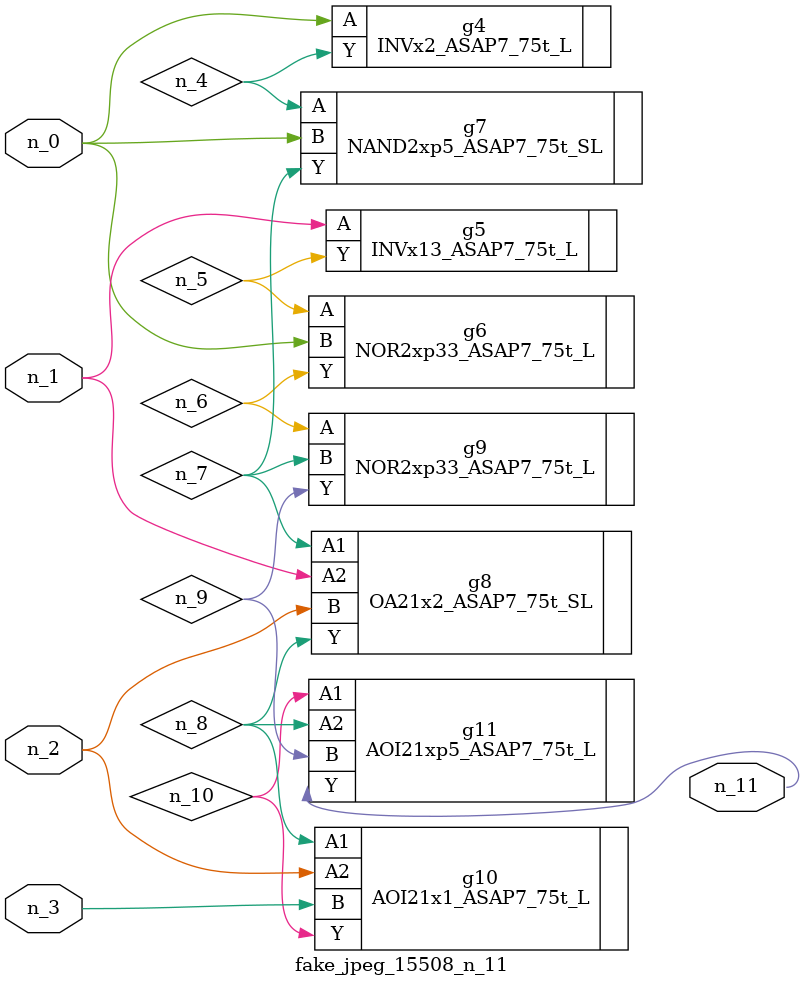
<source format=v>
module fake_jpeg_15508_n_11 (n_0, n_3, n_2, n_1, n_11);

input n_0;
input n_3;
input n_2;
input n_1;

output n_11;

wire n_10;
wire n_4;
wire n_8;
wire n_9;
wire n_6;
wire n_5;
wire n_7;

INVx2_ASAP7_75t_L g4 ( 
.A(n_0),
.Y(n_4)
);

INVx13_ASAP7_75t_L g5 ( 
.A(n_1),
.Y(n_5)
);

NOR2xp33_ASAP7_75t_L g6 ( 
.A(n_5),
.B(n_0),
.Y(n_6)
);

NOR2xp33_ASAP7_75t_L g9 ( 
.A(n_6),
.B(n_7),
.Y(n_9)
);

NAND2xp5_ASAP7_75t_SL g7 ( 
.A(n_4),
.B(n_0),
.Y(n_7)
);

OA21x2_ASAP7_75t_SL g8 ( 
.A1(n_7),
.A2(n_1),
.B(n_2),
.Y(n_8)
);

AOI21x1_ASAP7_75t_L g10 ( 
.A1(n_8),
.A2(n_2),
.B(n_3),
.Y(n_10)
);

AOI21xp5_ASAP7_75t_L g11 ( 
.A1(n_10),
.A2(n_8),
.B(n_9),
.Y(n_11)
);


endmodule
</source>
